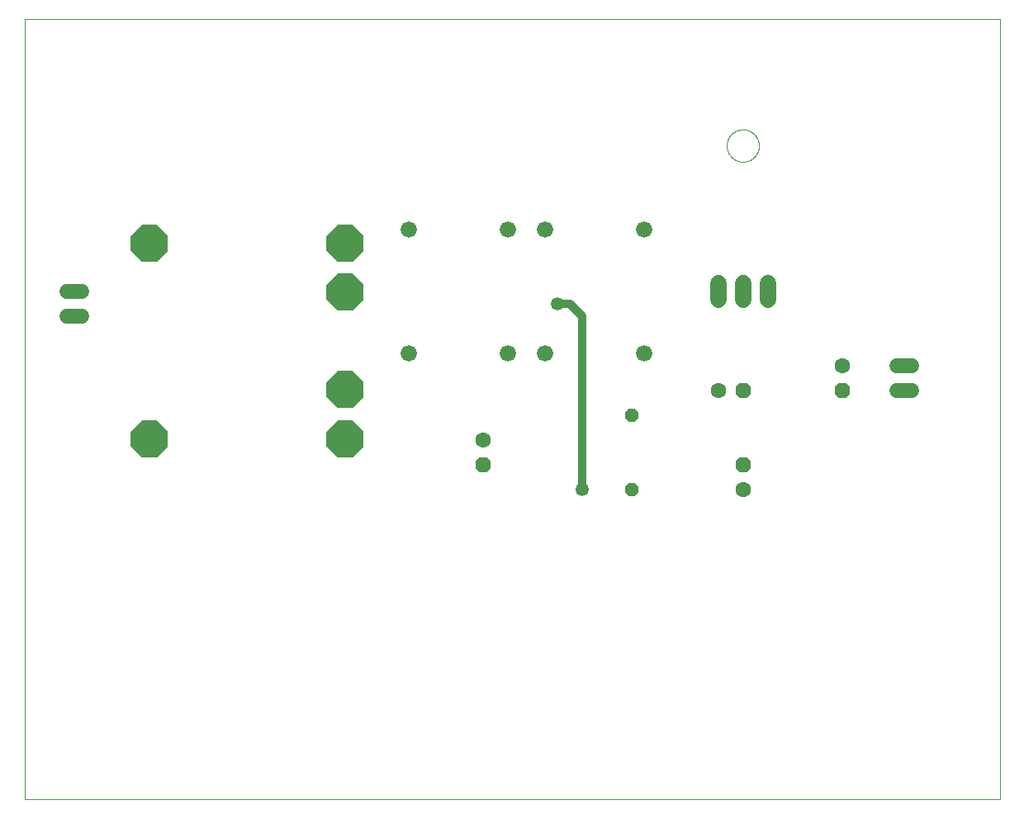
<source format=gtl>
G75*
%MOIN*%
%OFA0B0*%
%FSLAX25Y25*%
%IPPOS*%
%LPD*%
%AMOC8*
5,1,8,0,0,1.08239X$1,22.5*
%
%ADD10C,0.00000*%
%ADD11C,0.06600*%
%ADD12OC8,0.06300*%
%ADD13C,0.06300*%
%ADD14C,0.06600*%
%ADD15C,0.06000*%
%ADD16OC8,0.05200*%
%ADD17OC8,0.15000*%
%ADD18C,0.00600*%
%ADD19C,0.05315*%
%ADD20C,0.03200*%
D10*
X0001000Y0001000D02*
X0001000Y0315961D01*
X0394701Y0315961D01*
X0394701Y0001000D01*
X0001000Y0001000D01*
X0284500Y0265000D02*
X0284502Y0265161D01*
X0284508Y0265321D01*
X0284518Y0265482D01*
X0284532Y0265642D01*
X0284550Y0265802D01*
X0284571Y0265961D01*
X0284597Y0266120D01*
X0284627Y0266278D01*
X0284660Y0266435D01*
X0284698Y0266592D01*
X0284739Y0266747D01*
X0284784Y0266901D01*
X0284833Y0267054D01*
X0284886Y0267206D01*
X0284942Y0267357D01*
X0285003Y0267506D01*
X0285066Y0267654D01*
X0285134Y0267800D01*
X0285205Y0267944D01*
X0285279Y0268086D01*
X0285357Y0268227D01*
X0285439Y0268365D01*
X0285524Y0268502D01*
X0285612Y0268636D01*
X0285704Y0268768D01*
X0285799Y0268898D01*
X0285897Y0269026D01*
X0285998Y0269151D01*
X0286102Y0269273D01*
X0286209Y0269393D01*
X0286319Y0269510D01*
X0286432Y0269625D01*
X0286548Y0269736D01*
X0286667Y0269845D01*
X0286788Y0269950D01*
X0286912Y0270053D01*
X0287038Y0270153D01*
X0287166Y0270249D01*
X0287297Y0270342D01*
X0287431Y0270432D01*
X0287566Y0270519D01*
X0287704Y0270602D01*
X0287843Y0270682D01*
X0287985Y0270758D01*
X0288128Y0270831D01*
X0288273Y0270900D01*
X0288420Y0270966D01*
X0288568Y0271028D01*
X0288718Y0271086D01*
X0288869Y0271141D01*
X0289022Y0271192D01*
X0289176Y0271239D01*
X0289331Y0271282D01*
X0289487Y0271321D01*
X0289643Y0271357D01*
X0289801Y0271388D01*
X0289959Y0271416D01*
X0290118Y0271440D01*
X0290278Y0271460D01*
X0290438Y0271476D01*
X0290598Y0271488D01*
X0290759Y0271496D01*
X0290920Y0271500D01*
X0291080Y0271500D01*
X0291241Y0271496D01*
X0291402Y0271488D01*
X0291562Y0271476D01*
X0291722Y0271460D01*
X0291882Y0271440D01*
X0292041Y0271416D01*
X0292199Y0271388D01*
X0292357Y0271357D01*
X0292513Y0271321D01*
X0292669Y0271282D01*
X0292824Y0271239D01*
X0292978Y0271192D01*
X0293131Y0271141D01*
X0293282Y0271086D01*
X0293432Y0271028D01*
X0293580Y0270966D01*
X0293727Y0270900D01*
X0293872Y0270831D01*
X0294015Y0270758D01*
X0294157Y0270682D01*
X0294296Y0270602D01*
X0294434Y0270519D01*
X0294569Y0270432D01*
X0294703Y0270342D01*
X0294834Y0270249D01*
X0294962Y0270153D01*
X0295088Y0270053D01*
X0295212Y0269950D01*
X0295333Y0269845D01*
X0295452Y0269736D01*
X0295568Y0269625D01*
X0295681Y0269510D01*
X0295791Y0269393D01*
X0295898Y0269273D01*
X0296002Y0269151D01*
X0296103Y0269026D01*
X0296201Y0268898D01*
X0296296Y0268768D01*
X0296388Y0268636D01*
X0296476Y0268502D01*
X0296561Y0268365D01*
X0296643Y0268227D01*
X0296721Y0268086D01*
X0296795Y0267944D01*
X0296866Y0267800D01*
X0296934Y0267654D01*
X0296997Y0267506D01*
X0297058Y0267357D01*
X0297114Y0267206D01*
X0297167Y0267054D01*
X0297216Y0266901D01*
X0297261Y0266747D01*
X0297302Y0266592D01*
X0297340Y0266435D01*
X0297373Y0266278D01*
X0297403Y0266120D01*
X0297429Y0265961D01*
X0297450Y0265802D01*
X0297468Y0265642D01*
X0297482Y0265482D01*
X0297492Y0265321D01*
X0297498Y0265161D01*
X0297500Y0265000D01*
X0297498Y0264839D01*
X0297492Y0264679D01*
X0297482Y0264518D01*
X0297468Y0264358D01*
X0297450Y0264198D01*
X0297429Y0264039D01*
X0297403Y0263880D01*
X0297373Y0263722D01*
X0297340Y0263565D01*
X0297302Y0263408D01*
X0297261Y0263253D01*
X0297216Y0263099D01*
X0297167Y0262946D01*
X0297114Y0262794D01*
X0297058Y0262643D01*
X0296997Y0262494D01*
X0296934Y0262346D01*
X0296866Y0262200D01*
X0296795Y0262056D01*
X0296721Y0261914D01*
X0296643Y0261773D01*
X0296561Y0261635D01*
X0296476Y0261498D01*
X0296388Y0261364D01*
X0296296Y0261232D01*
X0296201Y0261102D01*
X0296103Y0260974D01*
X0296002Y0260849D01*
X0295898Y0260727D01*
X0295791Y0260607D01*
X0295681Y0260490D01*
X0295568Y0260375D01*
X0295452Y0260264D01*
X0295333Y0260155D01*
X0295212Y0260050D01*
X0295088Y0259947D01*
X0294962Y0259847D01*
X0294834Y0259751D01*
X0294703Y0259658D01*
X0294569Y0259568D01*
X0294434Y0259481D01*
X0294296Y0259398D01*
X0294157Y0259318D01*
X0294015Y0259242D01*
X0293872Y0259169D01*
X0293727Y0259100D01*
X0293580Y0259034D01*
X0293432Y0258972D01*
X0293282Y0258914D01*
X0293131Y0258859D01*
X0292978Y0258808D01*
X0292824Y0258761D01*
X0292669Y0258718D01*
X0292513Y0258679D01*
X0292357Y0258643D01*
X0292199Y0258612D01*
X0292041Y0258584D01*
X0291882Y0258560D01*
X0291722Y0258540D01*
X0291562Y0258524D01*
X0291402Y0258512D01*
X0291241Y0258504D01*
X0291080Y0258500D01*
X0290920Y0258500D01*
X0290759Y0258504D01*
X0290598Y0258512D01*
X0290438Y0258524D01*
X0290278Y0258540D01*
X0290118Y0258560D01*
X0289959Y0258584D01*
X0289801Y0258612D01*
X0289643Y0258643D01*
X0289487Y0258679D01*
X0289331Y0258718D01*
X0289176Y0258761D01*
X0289022Y0258808D01*
X0288869Y0258859D01*
X0288718Y0258914D01*
X0288568Y0258972D01*
X0288420Y0259034D01*
X0288273Y0259100D01*
X0288128Y0259169D01*
X0287985Y0259242D01*
X0287843Y0259318D01*
X0287704Y0259398D01*
X0287566Y0259481D01*
X0287431Y0259568D01*
X0287297Y0259658D01*
X0287166Y0259751D01*
X0287038Y0259847D01*
X0286912Y0259947D01*
X0286788Y0260050D01*
X0286667Y0260155D01*
X0286548Y0260264D01*
X0286432Y0260375D01*
X0286319Y0260490D01*
X0286209Y0260607D01*
X0286102Y0260727D01*
X0285998Y0260849D01*
X0285897Y0260974D01*
X0285799Y0261102D01*
X0285704Y0261232D01*
X0285612Y0261364D01*
X0285524Y0261498D01*
X0285439Y0261635D01*
X0285357Y0261773D01*
X0285279Y0261914D01*
X0285205Y0262056D01*
X0285134Y0262200D01*
X0285066Y0262346D01*
X0285003Y0262494D01*
X0284942Y0262643D01*
X0284886Y0262794D01*
X0284833Y0262946D01*
X0284784Y0263099D01*
X0284739Y0263253D01*
X0284698Y0263408D01*
X0284660Y0263565D01*
X0284627Y0263722D01*
X0284597Y0263880D01*
X0284571Y0264039D01*
X0284550Y0264198D01*
X0284532Y0264358D01*
X0284518Y0264518D01*
X0284508Y0264679D01*
X0284502Y0264839D01*
X0284500Y0265000D01*
D11*
X0251000Y0231000D03*
X0211000Y0231000D03*
X0196000Y0231000D03*
X0156000Y0231000D03*
X0156000Y0181000D03*
X0196000Y0181000D03*
X0211000Y0181000D03*
X0251000Y0181000D03*
D12*
X0291000Y0166000D03*
X0291000Y0136000D03*
X0331000Y0166000D03*
X0186000Y0136000D03*
D13*
X0186000Y0146000D03*
X0281000Y0166000D03*
X0331000Y0176000D03*
X0291000Y0126000D03*
D14*
X0291000Y0202700D02*
X0291000Y0209300D01*
X0281000Y0209300D02*
X0281000Y0202700D01*
X0301000Y0202700D02*
X0301000Y0209300D01*
D15*
X0353000Y0176000D02*
X0359000Y0176000D01*
X0359000Y0166000D02*
X0353000Y0166000D01*
X0024000Y0196000D02*
X0018000Y0196000D01*
X0018000Y0206000D02*
X0024000Y0206000D01*
D16*
X0246000Y0156000D03*
X0246000Y0126000D03*
D17*
X0130400Y0146600D03*
X0130400Y0166300D03*
X0130400Y0205700D03*
X0130400Y0225400D03*
X0051600Y0225400D03*
X0051600Y0146600D03*
D18*
X0021400Y0196000D02*
X0021000Y0196000D01*
X0021000Y0206000D02*
X0021400Y0206200D01*
D19*
X0216000Y0201000D03*
X0226000Y0126000D03*
D20*
X0226000Y0196000D01*
X0221000Y0201000D01*
X0216000Y0201000D01*
M02*

</source>
